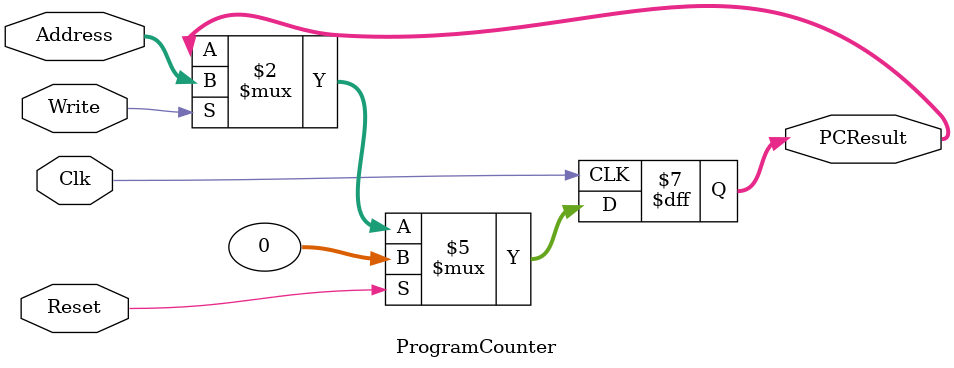
<source format=v>
`timescale 1ns / 1ps


module ProgramCounter(Address, PCResult, Reset, Clk, Write);

	input [31:0] Address;
	input Reset, Clk, Write;

	output reg [31:0] PCResult;

    /* Please fill in the implementation here... */
    
    //Reset
    always @(posedge Clk) begin
        if (Reset)            //if reset is 1 sets the instruction address to output as 0 else it sets the address calculated y the adder to the next instruction
            PCResult <= 32'd0;
        else 
            if(Write)
                PCResult <= Address;
 
        
    end

endmodule


</source>
